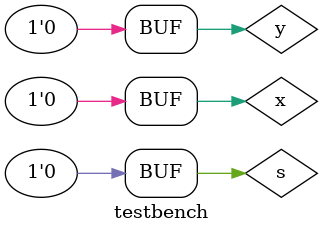
<source format=v>
`timescale 1ns / 1ps
module testbench;
    //inputs
    reg x;
    reg y;
    reg s;
    //output
    wire z;
    //instantiae the DUT
    comparator_3 uut(
        .x(x),
        .y(y),
        .s(s),
        .z(z)
    );

    initial begin
        //initialize inputs
    x = 0;
    y = 0;
    s = 0;

    #10 x = 1;
    #10 y = 1;
    #10 s = 1;
    #20 x = 0;
    #20 y = 0;
    #20 s = 0;
    #40 ;
    end

        initial begin
            $monitor("x=%d,y=%d,s=%d,z=%d \n",x,y,s,z);
        end

endmodule
</source>
